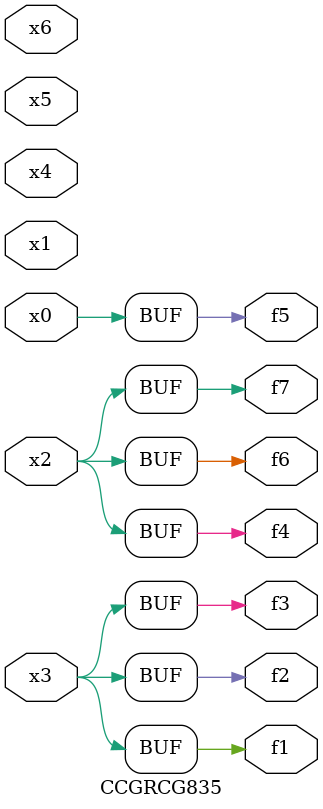
<source format=v>
module CCGRCG835(
	input x0, x1, x2, x3, x4, x5, x6,
	output f1, f2, f3, f4, f5, f6, f7
);
	assign f1 = x3;
	assign f2 = x3;
	assign f3 = x3;
	assign f4 = x2;
	assign f5 = x0;
	assign f6 = x2;
	assign f7 = x2;
endmodule

</source>
